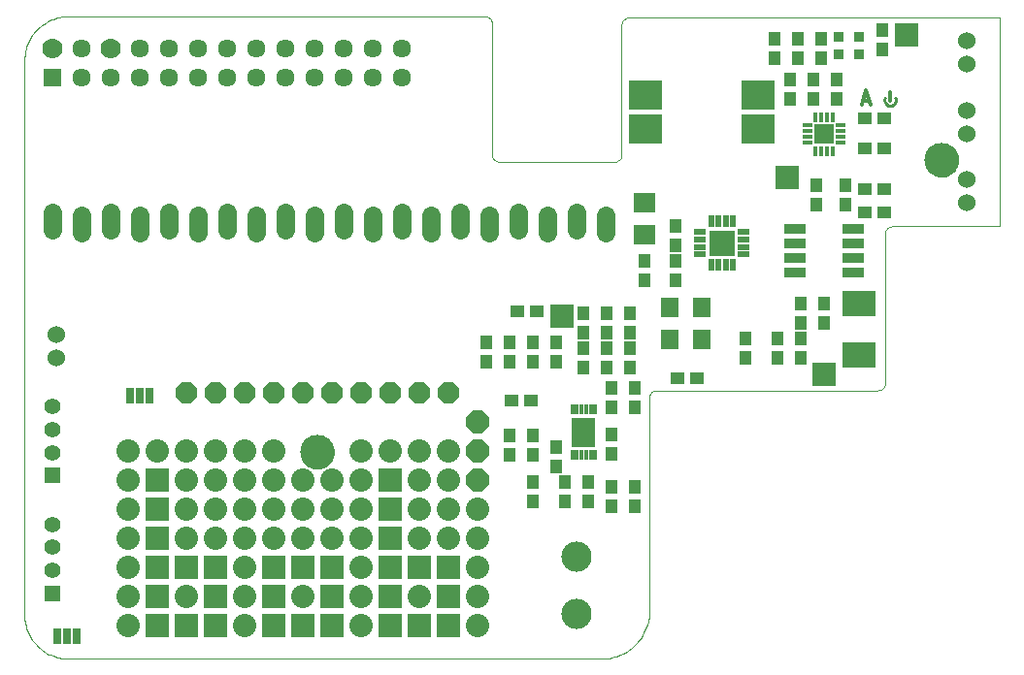
<source format=gts>
G75*
G70*
%OFA0B0*%
%FSLAX24Y24*%
%IPPOS*%
%LPD*%
%AMOC8*
5,1,8,0,0,1.08239X$1,22.5*
%
%ADD10C,0.0120*%
%ADD11C,0.0100*%
%ADD12C,0.0000*%
%ADD13R,0.0634X0.0634*%
%ADD14C,0.0700*%
%ADD15C,0.0634*%
%ADD16C,0.1182*%
%ADD17R,0.0434X0.0473*%
%ADD18R,0.0473X0.0434*%
%ADD19R,0.0749X0.0670*%
%ADD20R,0.0355X0.0355*%
%ADD21C,0.0600*%
%ADD22R,0.0555X0.0555*%
%ADD23C,0.0555*%
%ADD24C,0.0640*%
%ADD25R,0.1120X0.0890*%
%ADD26R,0.0741X0.0323*%
%ADD27OC8,0.0740*%
%ADD28R,0.0140X0.0360*%
%ADD29R,0.0810X0.1000*%
%ADD30R,0.0360X0.0160*%
%ADD31R,0.0160X0.0360*%
%ADD32R,0.0710X0.0710*%
%ADD33R,0.0420X0.0190*%
%ADD34R,0.0190X0.0420*%
%ADD35R,0.0890X0.0890*%
%ADD36R,0.0591X0.0670*%
%ADD37R,0.1142X0.1005*%
%ADD38C,0.1040*%
%ADD39R,0.0840X0.0840*%
%ADD40R,0.0290X0.0540*%
%ADD41C,0.0800*%
%ADD42R,0.0800X0.0800*%
%ADD43OC8,0.0800*%
D10*
X035624Y020474D02*
X035774Y020974D01*
X035924Y020474D01*
X035874Y020624D02*
X035674Y020624D01*
X036594Y020624D02*
X036594Y020924D01*
D11*
X036424Y020725D02*
X036415Y020700D01*
X036408Y020674D01*
X036406Y020647D01*
X036407Y020620D01*
X036412Y020594D01*
X036421Y020569D01*
X036433Y020545D01*
X036448Y020523D01*
X036466Y020503D01*
X036486Y020486D01*
X036509Y020472D01*
X036534Y020461D01*
X036559Y020454D01*
X036586Y020450D01*
X036612Y020450D01*
X036639Y020454D01*
X036664Y020461D01*
X036689Y020472D01*
X036712Y020486D01*
X036732Y020503D01*
X036750Y020523D01*
X036765Y020545D01*
X036777Y020569D01*
X036786Y020594D01*
X036791Y020620D01*
X036792Y020647D01*
X036790Y020674D01*
X036783Y020700D01*
X036774Y020725D01*
D12*
X006873Y022025D02*
X006865Y002944D01*
X006867Y002868D01*
X006873Y002792D01*
X006882Y002716D01*
X006896Y002642D01*
X006913Y002568D01*
X006934Y002495D01*
X006958Y002423D01*
X006987Y002352D01*
X007018Y002283D01*
X007054Y002216D01*
X007092Y002150D01*
X007134Y002087D01*
X007179Y002026D01*
X007227Y001967D01*
X007278Y001910D01*
X007332Y001857D01*
X007388Y001806D01*
X007447Y001758D01*
X007508Y001713D01*
X007572Y001671D01*
X007637Y001632D01*
X007705Y001597D01*
X007774Y001566D01*
X007844Y001537D01*
X007916Y001513D01*
X007989Y001492D01*
X008063Y001475D01*
X008138Y001461D01*
X008213Y001452D01*
X008289Y001446D01*
X008365Y001444D01*
X026484Y001444D01*
X028324Y002944D02*
X028324Y010414D01*
X028326Y010444D01*
X028331Y010474D01*
X028340Y010503D01*
X028353Y010530D01*
X028368Y010556D01*
X028387Y010580D01*
X028408Y010601D01*
X028432Y010620D01*
X028458Y010635D01*
X028485Y010648D01*
X028514Y010657D01*
X028544Y010662D01*
X028574Y010664D01*
X036174Y010664D01*
X036204Y010666D01*
X036234Y010671D01*
X036263Y010680D01*
X036290Y010693D01*
X036316Y010708D01*
X036340Y010727D01*
X036361Y010748D01*
X036380Y010772D01*
X036395Y010798D01*
X036408Y010825D01*
X036417Y010854D01*
X036422Y010884D01*
X036424Y010914D01*
X036424Y016054D01*
X036426Y016084D01*
X036431Y016114D01*
X036440Y016143D01*
X036453Y016170D01*
X036468Y016196D01*
X036487Y016220D01*
X036508Y016241D01*
X036532Y016260D01*
X036558Y016275D01*
X036585Y016288D01*
X036614Y016297D01*
X036644Y016302D01*
X036674Y016304D01*
X040364Y016304D01*
X040364Y023484D01*
X027624Y023475D01*
X027594Y023473D01*
X027564Y023468D01*
X027535Y023459D01*
X027508Y023446D01*
X027482Y023431D01*
X027458Y023412D01*
X027437Y023391D01*
X027418Y023367D01*
X027403Y023341D01*
X027390Y023314D01*
X027381Y023285D01*
X027376Y023255D01*
X027374Y023225D01*
X027374Y018774D01*
X027372Y018744D01*
X027367Y018714D01*
X027358Y018685D01*
X027345Y018658D01*
X027330Y018632D01*
X027311Y018608D01*
X027290Y018587D01*
X027266Y018568D01*
X027240Y018553D01*
X027213Y018540D01*
X027184Y018531D01*
X027154Y018526D01*
X027124Y018524D01*
X023174Y018524D01*
X023144Y018526D01*
X023114Y018531D01*
X023085Y018540D01*
X023058Y018553D01*
X023032Y018568D01*
X023008Y018587D01*
X022987Y018608D01*
X022968Y018632D01*
X022953Y018658D01*
X022940Y018685D01*
X022931Y018714D01*
X022926Y018744D01*
X022924Y018774D01*
X022924Y023274D01*
X022922Y023304D01*
X022917Y023334D01*
X022908Y023363D01*
X022895Y023390D01*
X022880Y023416D01*
X022861Y023440D01*
X022840Y023461D01*
X022816Y023480D01*
X022790Y023495D01*
X022763Y023508D01*
X022734Y023517D01*
X022704Y023522D01*
X022674Y023524D01*
X008373Y023524D01*
X008297Y023522D01*
X008221Y023516D01*
X008146Y023507D01*
X008071Y023493D01*
X007997Y023476D01*
X007924Y023455D01*
X007852Y023431D01*
X007782Y023402D01*
X007712Y023371D01*
X007645Y023336D01*
X007580Y023297D01*
X007516Y023255D01*
X007455Y023210D01*
X007396Y023162D01*
X007340Y023111D01*
X007286Y023058D01*
X007235Y023001D01*
X007187Y022942D01*
X007142Y022881D01*
X007100Y022818D01*
X007062Y022752D01*
X007026Y022685D01*
X006995Y022616D01*
X006967Y022545D01*
X006942Y022473D01*
X006921Y022400D01*
X006904Y022326D01*
X006890Y022252D01*
X006881Y022176D01*
X006875Y022101D01*
X006873Y022025D01*
X016347Y008543D02*
X016349Y008590D01*
X016355Y008637D01*
X016364Y008683D01*
X016378Y008728D01*
X016395Y008772D01*
X016416Y008815D01*
X016440Y008855D01*
X016467Y008894D01*
X016498Y008930D01*
X016531Y008963D01*
X016567Y008994D01*
X016606Y009021D01*
X016646Y009045D01*
X016689Y009066D01*
X016733Y009083D01*
X016778Y009097D01*
X016824Y009106D01*
X016871Y009112D01*
X016918Y009114D01*
X016965Y009112D01*
X017012Y009106D01*
X017058Y009097D01*
X017103Y009083D01*
X017147Y009066D01*
X017190Y009045D01*
X017230Y009021D01*
X017269Y008994D01*
X017305Y008963D01*
X017338Y008930D01*
X017369Y008894D01*
X017396Y008855D01*
X017420Y008815D01*
X017441Y008772D01*
X017458Y008728D01*
X017472Y008683D01*
X017481Y008637D01*
X017487Y008590D01*
X017489Y008543D01*
X017487Y008496D01*
X017481Y008449D01*
X017472Y008403D01*
X017458Y008358D01*
X017441Y008314D01*
X017420Y008271D01*
X017396Y008231D01*
X017369Y008192D01*
X017338Y008156D01*
X017305Y008123D01*
X017269Y008092D01*
X017230Y008065D01*
X017190Y008041D01*
X017147Y008020D01*
X017103Y008003D01*
X017058Y007989D01*
X017012Y007980D01*
X016965Y007974D01*
X016918Y007972D01*
X016871Y007974D01*
X016824Y007980D01*
X016778Y007989D01*
X016733Y008003D01*
X016689Y008020D01*
X016646Y008041D01*
X016606Y008065D01*
X016567Y008092D01*
X016531Y008123D01*
X016498Y008156D01*
X016467Y008192D01*
X016440Y008231D01*
X016416Y008271D01*
X016395Y008314D01*
X016378Y008358D01*
X016364Y008403D01*
X016355Y008449D01*
X016349Y008496D01*
X016347Y008543D01*
X026484Y001444D02*
X026564Y001437D01*
X026644Y001435D01*
X026723Y001436D01*
X026803Y001442D01*
X026883Y001451D01*
X026961Y001463D01*
X027040Y001480D01*
X027117Y001500D01*
X027193Y001524D01*
X027268Y001551D01*
X027342Y001582D01*
X027414Y001617D01*
X027484Y001655D01*
X027553Y001696D01*
X027619Y001740D01*
X027684Y001788D01*
X027746Y001838D01*
X027805Y001892D01*
X027862Y001948D01*
X027916Y002007D01*
X027967Y002068D01*
X028016Y002132D01*
X028061Y002197D01*
X028103Y002265D01*
X028142Y002335D01*
X028177Y002407D01*
X028209Y002480D01*
X028237Y002555D01*
X028262Y002631D01*
X028283Y002708D01*
X028301Y002786D01*
X028314Y002865D01*
X028324Y002944D01*
X037792Y018586D02*
X037794Y018633D01*
X037800Y018680D01*
X037809Y018726D01*
X037823Y018771D01*
X037840Y018815D01*
X037861Y018858D01*
X037885Y018898D01*
X037912Y018937D01*
X037943Y018973D01*
X037976Y019006D01*
X038012Y019037D01*
X038051Y019064D01*
X038091Y019088D01*
X038134Y019109D01*
X038178Y019126D01*
X038223Y019140D01*
X038269Y019149D01*
X038316Y019155D01*
X038363Y019157D01*
X038410Y019155D01*
X038457Y019149D01*
X038503Y019140D01*
X038548Y019126D01*
X038592Y019109D01*
X038635Y019088D01*
X038675Y019064D01*
X038714Y019037D01*
X038750Y019006D01*
X038783Y018973D01*
X038814Y018937D01*
X038841Y018898D01*
X038865Y018858D01*
X038886Y018815D01*
X038903Y018771D01*
X038917Y018726D01*
X038926Y018680D01*
X038932Y018633D01*
X038934Y018586D01*
X038932Y018539D01*
X038926Y018492D01*
X038917Y018446D01*
X038903Y018401D01*
X038886Y018357D01*
X038865Y018314D01*
X038841Y018274D01*
X038814Y018235D01*
X038783Y018199D01*
X038750Y018166D01*
X038714Y018135D01*
X038675Y018108D01*
X038635Y018084D01*
X038592Y018063D01*
X038548Y018046D01*
X038503Y018032D01*
X038457Y018023D01*
X038410Y018017D01*
X038363Y018015D01*
X038316Y018017D01*
X038269Y018023D01*
X038223Y018032D01*
X038178Y018046D01*
X038134Y018063D01*
X038091Y018084D01*
X038051Y018108D01*
X038012Y018135D01*
X037976Y018166D01*
X037943Y018199D01*
X037912Y018235D01*
X037885Y018274D01*
X037861Y018314D01*
X037840Y018357D01*
X037823Y018401D01*
X037809Y018446D01*
X037800Y018492D01*
X037794Y018539D01*
X037792Y018586D01*
D13*
X007824Y021424D03*
D14*
X007824Y022424D03*
X009824Y022424D03*
D15*
X010824Y022424D03*
X011824Y022424D03*
X012824Y022424D03*
X013824Y022424D03*
X014824Y022424D03*
X015824Y022424D03*
X016824Y022424D03*
X017824Y022424D03*
X018824Y022424D03*
X019824Y022424D03*
X019824Y021424D03*
X018824Y021424D03*
X017824Y021424D03*
X016824Y021424D03*
X015824Y021424D03*
X014824Y021424D03*
X013824Y021424D03*
X012824Y021424D03*
X011824Y021424D03*
X010824Y021424D03*
X009824Y021424D03*
X008824Y021424D03*
X008824Y022424D03*
D16*
X016918Y008543D03*
X038363Y018586D03*
D17*
X035074Y017709D03*
X035074Y017040D03*
X034074Y017040D03*
X034074Y017709D03*
X033974Y020690D03*
X034774Y020690D03*
X034774Y021359D03*
X033974Y021359D03*
X034224Y022090D03*
X033424Y022090D03*
X033174Y021359D03*
X032624Y022090D03*
X032624Y022759D03*
X033424Y022759D03*
X034224Y022759D03*
X036324Y023059D03*
X036324Y022390D03*
X033174Y020690D03*
X029224Y016309D03*
X029224Y015640D03*
X029224Y015109D03*
X028174Y015109D03*
X028174Y014440D03*
X029224Y014440D03*
X027674Y013309D03*
X026874Y013309D03*
X026074Y013309D03*
X026074Y012640D03*
X026074Y012109D03*
X026074Y011440D03*
X026874Y011440D03*
X026874Y012109D03*
X026874Y012640D03*
X027674Y012640D03*
X027674Y012109D03*
X027674Y011440D03*
X027824Y010759D03*
X027024Y010759D03*
X027024Y010090D03*
X027824Y010090D03*
X027024Y009159D03*
X027024Y008490D03*
X027024Y007359D03*
X027824Y007359D03*
X027824Y006690D03*
X027024Y006690D03*
X026224Y006840D03*
X026224Y007509D03*
X025424Y007509D03*
X025124Y008040D03*
X024324Y008440D03*
X023524Y008440D03*
X023524Y009109D03*
X024324Y009109D03*
X025124Y008709D03*
X024324Y007509D03*
X024324Y006840D03*
X025424Y006840D03*
X025124Y011640D03*
X025124Y012309D03*
X024324Y012309D03*
X023524Y012309D03*
X023524Y011640D03*
X024324Y011640D03*
X022724Y011640D03*
X022724Y012309D03*
X031624Y012459D03*
X032724Y012459D03*
X033524Y012459D03*
X033524Y012990D03*
X033524Y013659D03*
X034324Y013659D03*
X034324Y012990D03*
X033524Y011790D03*
X032724Y011790D03*
X031624Y011790D03*
D18*
X029959Y011074D03*
X029289Y011074D03*
X024459Y013374D03*
X023789Y013374D03*
X023589Y010324D03*
X024259Y010324D03*
X035739Y016774D03*
X036409Y016774D03*
X036409Y017574D03*
X035739Y017574D03*
X035739Y018974D03*
X036409Y018974D03*
X036409Y020024D03*
X035739Y020024D03*
D19*
X028174Y017126D03*
X028174Y016023D03*
D20*
X034824Y022229D03*
X034824Y022820D03*
X035524Y022820D03*
X035524Y022229D03*
D21*
X039224Y021881D03*
X039224Y022668D03*
X039224Y020268D03*
X039224Y019481D03*
X039224Y017918D03*
X039224Y017131D03*
X007974Y012568D03*
X007974Y011781D03*
D22*
X007824Y007743D03*
X007824Y003693D03*
D23*
X007824Y004481D03*
X007824Y005268D03*
X007824Y006056D03*
X007824Y008531D03*
X007824Y009318D03*
X007824Y010106D03*
D24*
X008824Y016074D02*
X008824Y016674D01*
X007824Y016774D02*
X007824Y016174D01*
X009824Y016174D02*
X009824Y016774D01*
X010824Y016674D02*
X010824Y016074D01*
X011824Y016174D02*
X011824Y016774D01*
X012824Y016674D02*
X012824Y016074D01*
X013824Y016174D02*
X013824Y016774D01*
X014824Y016674D02*
X014824Y016074D01*
X015824Y016174D02*
X015824Y016774D01*
X016824Y016674D02*
X016824Y016074D01*
X017824Y016174D02*
X017824Y016774D01*
X018824Y016674D02*
X018824Y016074D01*
X019824Y016174D02*
X019824Y016774D01*
X020824Y016674D02*
X020824Y016074D01*
X021824Y016174D02*
X021824Y016774D01*
X022824Y016674D02*
X022824Y016074D01*
X023824Y016174D02*
X023824Y016774D01*
X024824Y016674D02*
X024824Y016074D01*
X025824Y016174D02*
X025824Y016774D01*
X026824Y016674D02*
X026824Y016074D01*
D25*
X035524Y013634D03*
X035534Y011894D03*
D26*
X035325Y014724D03*
X035325Y015224D03*
X035325Y015724D03*
X035325Y016224D03*
X033323Y016224D03*
X033323Y015724D03*
X033323Y015224D03*
X033323Y014724D03*
D27*
X021424Y010574D03*
X020424Y010574D03*
X019424Y010574D03*
X018424Y010574D03*
X017424Y010574D03*
X016424Y010574D03*
X015424Y010574D03*
X014424Y010574D03*
X013424Y010574D03*
X012424Y010574D03*
D28*
X025684Y010004D03*
X025834Y010004D03*
X025994Y010004D03*
X026154Y010004D03*
X026314Y010004D03*
X026464Y010004D03*
X026464Y008444D03*
X026314Y008444D03*
X026154Y008444D03*
X025994Y008444D03*
X025834Y008444D03*
X025684Y008444D03*
D29*
X026074Y009224D03*
D30*
X033744Y019174D03*
X033744Y019374D03*
X033744Y019574D03*
X033744Y019774D03*
X034904Y019774D03*
X034904Y019574D03*
X034904Y019374D03*
X034904Y019174D03*
D31*
X034624Y018894D03*
X034424Y018894D03*
X034224Y018894D03*
X034024Y018894D03*
X034024Y020054D03*
X034224Y020054D03*
X034424Y020054D03*
X034624Y020054D03*
D32*
X034324Y019474D03*
D33*
X031574Y016104D03*
X031574Y015854D03*
X031574Y015594D03*
X031574Y015344D03*
X030074Y015344D03*
X030074Y015594D03*
X030074Y015854D03*
X030074Y016104D03*
D34*
X030444Y016474D03*
X030694Y016474D03*
X030954Y016474D03*
X031204Y016474D03*
X031204Y014974D03*
X030954Y014974D03*
X030694Y014974D03*
X030444Y014974D03*
D35*
X030824Y015724D03*
D36*
X030125Y013524D03*
X029023Y013524D03*
X029023Y012424D03*
X030125Y012424D03*
D37*
X032053Y019644D03*
X032053Y020805D03*
X028195Y020805D03*
X028195Y019644D03*
D38*
X025824Y004959D03*
X025824Y002990D03*
D39*
X034324Y011224D03*
X025324Y013224D03*
X033074Y017974D03*
X037174Y022874D03*
D40*
X011144Y010474D03*
X010824Y010474D03*
X010504Y010474D03*
X008644Y002224D03*
X008324Y002224D03*
X008004Y002224D03*
D41*
X010424Y002574D03*
X010424Y003574D03*
X010424Y004574D03*
X010424Y005574D03*
X010424Y006574D03*
X010424Y007574D03*
X010424Y008574D03*
X011424Y008574D03*
X012424Y008574D03*
X013424Y008574D03*
X014424Y008574D03*
X015424Y008574D03*
X015424Y007574D03*
X014424Y007574D03*
X013424Y007574D03*
X012424Y007574D03*
X012424Y006574D03*
X013424Y006574D03*
X014424Y006574D03*
X015424Y006574D03*
X016424Y006574D03*
X017424Y006574D03*
X018424Y006574D03*
X018424Y005574D03*
X017424Y005574D03*
X016424Y005574D03*
X015424Y005574D03*
X014424Y005574D03*
X013424Y005574D03*
X012424Y005574D03*
X014424Y004574D03*
X014424Y003574D03*
X014424Y002574D03*
X012424Y003574D03*
X016424Y003574D03*
X018424Y003574D03*
X018424Y004574D03*
X020424Y003574D03*
X022424Y003574D03*
X022424Y004574D03*
X022424Y005574D03*
X021424Y005574D03*
X020424Y005574D03*
X020424Y006574D03*
X021424Y006574D03*
X022424Y006574D03*
X021424Y007574D03*
X020424Y007574D03*
X020424Y008574D03*
X021424Y008574D03*
X019424Y008574D03*
X018424Y008574D03*
X018424Y007574D03*
X017424Y007574D03*
X016424Y007574D03*
X018424Y002574D03*
X022424Y002574D03*
D42*
X021424Y002574D03*
X020424Y002574D03*
X019424Y002574D03*
X019424Y003574D03*
X019424Y004574D03*
X020424Y004574D03*
X021424Y004574D03*
X021424Y003574D03*
X019424Y005574D03*
X019424Y006574D03*
X019424Y007574D03*
X017424Y004574D03*
X016424Y004574D03*
X015424Y004574D03*
X015424Y003574D03*
X015424Y002574D03*
X016424Y002574D03*
X017424Y002574D03*
X017424Y003574D03*
X013424Y003574D03*
X013424Y004574D03*
X012424Y004574D03*
X011424Y004574D03*
X011424Y003574D03*
X011424Y002574D03*
X012424Y002574D03*
X013424Y002574D03*
X011424Y005574D03*
X011424Y006574D03*
X011424Y007574D03*
D43*
X022424Y007574D03*
X022424Y008574D03*
X022424Y009574D03*
M02*

</source>
